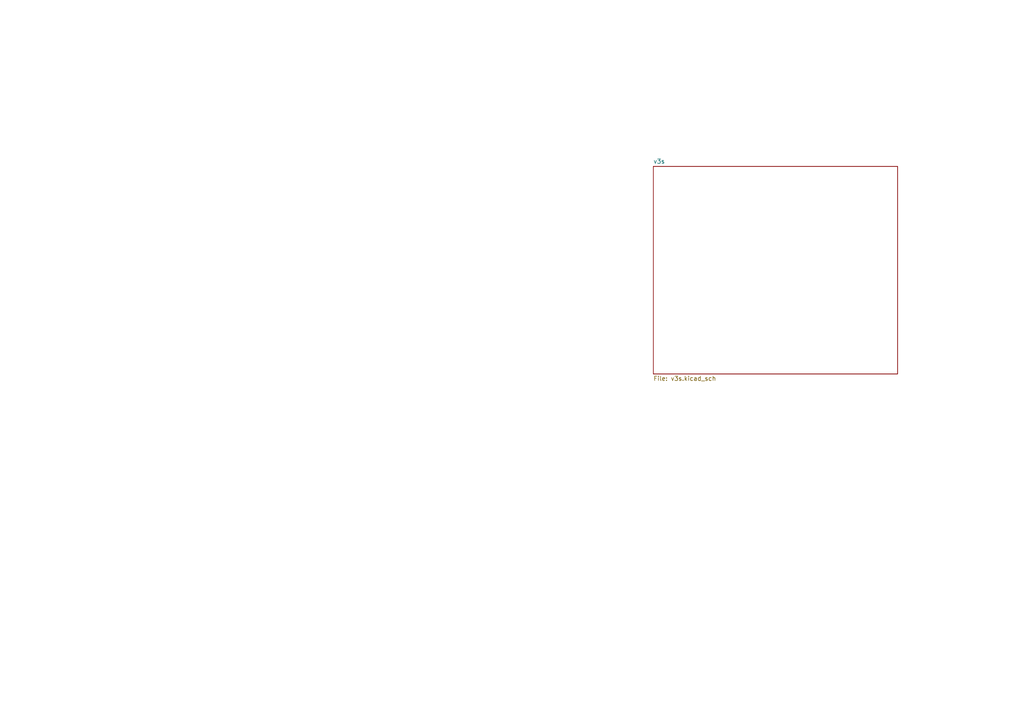
<source format=kicad_sch>
(kicad_sch (version 20211123) (generator eeschema)
  (paper "A4")
  (lib_symbols)
  (sheet (at 189.484 48.26) (size 70.866 60.198) (stroke (width 0.1524))
    (property "Sheet name" "v3s" (at 189.484 47.5484 0) (effects (justify left bottom)))
    (property "Sheet file" "v3s.kicad_sch" (at 189.484 109.0426 0) (effects (justify left top)))
  )
)
</source>
